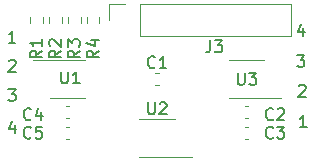
<source format=gbr>
%TF.GenerationSoftware,KiCad,Pcbnew,(5.99.0-12717-g57c7d663b0)*%
%TF.CreationDate,2021-10-08T11:24:07+02:00*%
%TF.ProjectId,capacitance_meter,63617061-6369-4746-916e-63655f6d6574,rev?*%
%TF.SameCoordinates,Original*%
%TF.FileFunction,Legend,Top*%
%TF.FilePolarity,Positive*%
%FSLAX46Y46*%
G04 Gerber Fmt 4.6, Leading zero omitted, Abs format (unit mm)*
G04 Created by KiCad (PCBNEW (5.99.0-12717-g57c7d663b0)) date 2021-10-08 11:24:07*
%MOMM*%
%LPD*%
G01*
G04 APERTURE LIST*
%ADD10C,0.150000*%
%ADD11C,0.120000*%
G04 APERTURE END LIST*
D10*
X141940476Y-123885714D02*
X141940476Y-124552380D01*
X141702380Y-123504761D02*
X141464285Y-124219047D01*
X142083333Y-124219047D01*
X141464285Y-118447619D02*
X141511904Y-118400000D01*
X141607142Y-118352380D01*
X141845238Y-118352380D01*
X141940476Y-118400000D01*
X141988095Y-118447619D01*
X142035714Y-118542857D01*
X142035714Y-118638095D01*
X141988095Y-118780952D01*
X141416666Y-119352380D01*
X142035714Y-119352380D01*
X142010714Y-116902380D02*
X141439285Y-116902380D01*
X141725000Y-116902380D02*
X141725000Y-115902380D01*
X141629761Y-116045238D01*
X141534523Y-116140476D01*
X141439285Y-116188095D01*
X141416666Y-120827380D02*
X142035714Y-120827380D01*
X141702380Y-121208333D01*
X141845238Y-121208333D01*
X141940476Y-121255952D01*
X141988095Y-121303571D01*
X142035714Y-121398809D01*
X142035714Y-121636904D01*
X141988095Y-121732142D01*
X141940476Y-121779761D01*
X141845238Y-121827380D01*
X141559523Y-121827380D01*
X141464285Y-121779761D01*
X141416666Y-121732142D01*
X166014285Y-120547619D02*
X166061904Y-120500000D01*
X166157142Y-120452380D01*
X166395238Y-120452380D01*
X166490476Y-120500000D01*
X166538095Y-120547619D01*
X166585714Y-120642857D01*
X166585714Y-120738095D01*
X166538095Y-120880952D01*
X165966666Y-121452380D01*
X166585714Y-121452380D01*
X166660714Y-124052380D02*
X166089285Y-124052380D01*
X166375000Y-124052380D02*
X166375000Y-123052380D01*
X166279761Y-123195238D01*
X166184523Y-123290476D01*
X166089285Y-123338095D01*
X165866666Y-117952380D02*
X166485714Y-117952380D01*
X166152380Y-118333333D01*
X166295238Y-118333333D01*
X166390476Y-118380952D01*
X166438095Y-118428571D01*
X166485714Y-118523809D01*
X166485714Y-118761904D01*
X166438095Y-118857142D01*
X166390476Y-118904761D01*
X166295238Y-118952380D01*
X166009523Y-118952380D01*
X165914285Y-118904761D01*
X165866666Y-118857142D01*
X166390476Y-115685714D02*
X166390476Y-116352380D01*
X166152380Y-115304761D02*
X165914285Y-116019047D01*
X166533333Y-116019047D01*
%TO.C,C4*%
X143333333Y-123357142D02*
X143285714Y-123404761D01*
X143142857Y-123452380D01*
X143047619Y-123452380D01*
X142904761Y-123404761D01*
X142809523Y-123309523D01*
X142761904Y-123214285D01*
X142714285Y-123023809D01*
X142714285Y-122880952D01*
X142761904Y-122690476D01*
X142809523Y-122595238D01*
X142904761Y-122500000D01*
X143047619Y-122452380D01*
X143142857Y-122452380D01*
X143285714Y-122500000D01*
X143333333Y-122547619D01*
X144190476Y-122785714D02*
X144190476Y-123452380D01*
X143952380Y-122404761D02*
X143714285Y-123119047D01*
X144333333Y-123119047D01*
%TO.C,C2*%
X163833333Y-123357142D02*
X163785714Y-123404761D01*
X163642857Y-123452380D01*
X163547619Y-123452380D01*
X163404761Y-123404761D01*
X163309523Y-123309523D01*
X163261904Y-123214285D01*
X163214285Y-123023809D01*
X163214285Y-122880952D01*
X163261904Y-122690476D01*
X163309523Y-122595238D01*
X163404761Y-122500000D01*
X163547619Y-122452380D01*
X163642857Y-122452380D01*
X163785714Y-122500000D01*
X163833333Y-122547619D01*
X164214285Y-122547619D02*
X164261904Y-122500000D01*
X164357142Y-122452380D01*
X164595238Y-122452380D01*
X164690476Y-122500000D01*
X164738095Y-122547619D01*
X164785714Y-122642857D01*
X164785714Y-122738095D01*
X164738095Y-122880952D01*
X164166666Y-123452380D01*
X164785714Y-123452380D01*
%TO.C,J3*%
X158518266Y-116698780D02*
X158518266Y-117413066D01*
X158470647Y-117555923D01*
X158375409Y-117651161D01*
X158232552Y-117698780D01*
X158137314Y-117698780D01*
X158899219Y-116698780D02*
X159518266Y-116698780D01*
X159184933Y-117079733D01*
X159327790Y-117079733D01*
X159423028Y-117127352D01*
X159470647Y-117174971D01*
X159518266Y-117270209D01*
X159518266Y-117508304D01*
X159470647Y-117603542D01*
X159423028Y-117651161D01*
X159327790Y-117698780D01*
X159042076Y-117698780D01*
X158946838Y-117651161D01*
X158899219Y-117603542D01*
%TO.C,C5*%
X143333333Y-124918742D02*
X143285714Y-124966361D01*
X143142857Y-125013980D01*
X143047619Y-125013980D01*
X142904761Y-124966361D01*
X142809523Y-124871123D01*
X142761904Y-124775885D01*
X142714285Y-124585409D01*
X142714285Y-124442552D01*
X142761904Y-124252076D01*
X142809523Y-124156838D01*
X142904761Y-124061600D01*
X143047619Y-124013980D01*
X143142857Y-124013980D01*
X143285714Y-124061600D01*
X143333333Y-124109219D01*
X144238095Y-124013980D02*
X143761904Y-124013980D01*
X143714285Y-124490171D01*
X143761904Y-124442552D01*
X143857142Y-124394933D01*
X144095238Y-124394933D01*
X144190476Y-124442552D01*
X144238095Y-124490171D01*
X144285714Y-124585409D01*
X144285714Y-124823504D01*
X144238095Y-124918742D01*
X144190476Y-124966361D01*
X144095238Y-125013980D01*
X143857142Y-125013980D01*
X143761904Y-124966361D01*
X143714285Y-124918742D01*
%TO.C,R4*%
X149052380Y-117566666D02*
X148576190Y-117900000D01*
X149052380Y-118138095D02*
X148052380Y-118138095D01*
X148052380Y-117757142D01*
X148100000Y-117661904D01*
X148147619Y-117614285D01*
X148242857Y-117566666D01*
X148385714Y-117566666D01*
X148480952Y-117614285D01*
X148528571Y-117661904D01*
X148576190Y-117757142D01*
X148576190Y-118138095D01*
X148385714Y-116709523D02*
X149052380Y-116709523D01*
X148004761Y-116947619D02*
X148719047Y-117185714D01*
X148719047Y-116566666D01*
%TO.C,U3*%
X160838095Y-119452380D02*
X160838095Y-120261904D01*
X160885714Y-120357142D01*
X160933333Y-120404761D01*
X161028571Y-120452380D01*
X161219047Y-120452380D01*
X161314285Y-120404761D01*
X161361904Y-120357142D01*
X161409523Y-120261904D01*
X161409523Y-119452380D01*
X161790476Y-119452380D02*
X162409523Y-119452380D01*
X162076190Y-119833333D01*
X162219047Y-119833333D01*
X162314285Y-119880952D01*
X162361904Y-119928571D01*
X162409523Y-120023809D01*
X162409523Y-120261904D01*
X162361904Y-120357142D01*
X162314285Y-120404761D01*
X162219047Y-120452380D01*
X161933333Y-120452380D01*
X161838095Y-120404761D01*
X161790476Y-120357142D01*
%TO.C,U1*%
X145872295Y-119340380D02*
X145872295Y-120149904D01*
X145919914Y-120245142D01*
X145967533Y-120292761D01*
X146062771Y-120340380D01*
X146253247Y-120340380D01*
X146348485Y-120292761D01*
X146396104Y-120245142D01*
X146443723Y-120149904D01*
X146443723Y-119340380D01*
X147443723Y-120340380D02*
X146872295Y-120340380D01*
X147158009Y-120340380D02*
X147158009Y-119340380D01*
X147062771Y-119483238D01*
X146967533Y-119578476D01*
X146872295Y-119626095D01*
%TO.C,C1*%
X153833333Y-118957142D02*
X153785714Y-119004761D01*
X153642857Y-119052380D01*
X153547619Y-119052380D01*
X153404761Y-119004761D01*
X153309523Y-118909523D01*
X153261904Y-118814285D01*
X153214285Y-118623809D01*
X153214285Y-118480952D01*
X153261904Y-118290476D01*
X153309523Y-118195238D01*
X153404761Y-118100000D01*
X153547619Y-118052380D01*
X153642857Y-118052380D01*
X153785714Y-118100000D01*
X153833333Y-118147619D01*
X154785714Y-119052380D02*
X154214285Y-119052380D01*
X154500000Y-119052380D02*
X154500000Y-118052380D01*
X154404761Y-118195238D01*
X154309523Y-118290476D01*
X154214285Y-118338095D01*
%TO.C,C3*%
X163833333Y-124918742D02*
X163785714Y-124966361D01*
X163642857Y-125013980D01*
X163547619Y-125013980D01*
X163404761Y-124966361D01*
X163309523Y-124871123D01*
X163261904Y-124775885D01*
X163214285Y-124585409D01*
X163214285Y-124442552D01*
X163261904Y-124252076D01*
X163309523Y-124156838D01*
X163404761Y-124061600D01*
X163547619Y-124013980D01*
X163642857Y-124013980D01*
X163785714Y-124061600D01*
X163833333Y-124109219D01*
X164166666Y-124013980D02*
X164785714Y-124013980D01*
X164452380Y-124394933D01*
X164595238Y-124394933D01*
X164690476Y-124442552D01*
X164738095Y-124490171D01*
X164785714Y-124585409D01*
X164785714Y-124823504D01*
X164738095Y-124918742D01*
X164690476Y-124966361D01*
X164595238Y-125013980D01*
X164309523Y-125013980D01*
X164214285Y-124966361D01*
X164166666Y-124918742D01*
%TO.C,R3*%
X147452380Y-117566666D02*
X146976190Y-117900000D01*
X147452380Y-118138095D02*
X146452380Y-118138095D01*
X146452380Y-117757142D01*
X146500000Y-117661904D01*
X146547619Y-117614285D01*
X146642857Y-117566666D01*
X146785714Y-117566666D01*
X146880952Y-117614285D01*
X146928571Y-117661904D01*
X146976190Y-117757142D01*
X146976190Y-118138095D01*
X146452380Y-117233333D02*
X146452380Y-116614285D01*
X146833333Y-116947619D01*
X146833333Y-116804761D01*
X146880952Y-116709523D01*
X146928571Y-116661904D01*
X147023809Y-116614285D01*
X147261904Y-116614285D01*
X147357142Y-116661904D01*
X147404761Y-116709523D01*
X147452380Y-116804761D01*
X147452380Y-117090476D01*
X147404761Y-117185714D01*
X147357142Y-117233333D01*
%TO.C,R1*%
X144252380Y-117566666D02*
X143776190Y-117900000D01*
X144252380Y-118138095D02*
X143252380Y-118138095D01*
X143252380Y-117757142D01*
X143300000Y-117661904D01*
X143347619Y-117614285D01*
X143442857Y-117566666D01*
X143585714Y-117566666D01*
X143680952Y-117614285D01*
X143728571Y-117661904D01*
X143776190Y-117757142D01*
X143776190Y-118138095D01*
X144252380Y-116614285D02*
X144252380Y-117185714D01*
X144252380Y-116900000D02*
X143252380Y-116900000D01*
X143395238Y-116995238D01*
X143490476Y-117090476D01*
X143538095Y-117185714D01*
%TO.C,R2*%
X145852380Y-117566666D02*
X145376190Y-117900000D01*
X145852380Y-118138095D02*
X144852380Y-118138095D01*
X144852380Y-117757142D01*
X144900000Y-117661904D01*
X144947619Y-117614285D01*
X145042857Y-117566666D01*
X145185714Y-117566666D01*
X145280952Y-117614285D01*
X145328571Y-117661904D01*
X145376190Y-117757142D01*
X145376190Y-118138095D01*
X144947619Y-117185714D02*
X144900000Y-117138095D01*
X144852380Y-117042857D01*
X144852380Y-116804761D01*
X144900000Y-116709523D01*
X144947619Y-116661904D01*
X145042857Y-116614285D01*
X145138095Y-116614285D01*
X145280952Y-116661904D01*
X145852380Y-117233333D01*
X145852380Y-116614285D01*
%TO.C,U2*%
X153238295Y-121952380D02*
X153238295Y-122761904D01*
X153285914Y-122857142D01*
X153333533Y-122904761D01*
X153428771Y-122952380D01*
X153619247Y-122952380D01*
X153714485Y-122904761D01*
X153762104Y-122857142D01*
X153809723Y-122761904D01*
X153809723Y-121952380D01*
X154238295Y-122047619D02*
X154285914Y-122000000D01*
X154381152Y-121952380D01*
X154619247Y-121952380D01*
X154714485Y-122000000D01*
X154762104Y-122047619D01*
X154809723Y-122142857D01*
X154809723Y-122238095D01*
X154762104Y-122380952D01*
X154190676Y-122952380D01*
X154809723Y-122952380D01*
D11*
%TO.C,C4*%
X146259333Y-122273600D02*
X146551867Y-122273600D01*
X146259333Y-123293600D02*
X146551867Y-123293600D01*
%TO.C,C2*%
X161448533Y-122273600D02*
X161741067Y-122273600D01*
X161448533Y-123293600D02*
X161741067Y-123293600D01*
%TO.C,J3*%
X149945000Y-114975000D02*
X149945000Y-113645000D01*
X149945000Y-113645000D02*
X151275000Y-113645000D01*
X152545000Y-116305000D02*
X152545000Y-113645000D01*
X165305000Y-116305000D02*
X165305000Y-113645000D01*
X152545000Y-116305000D02*
X165305000Y-116305000D01*
X152545000Y-113645000D02*
X165305000Y-113645000D01*
%TO.C,C5*%
X146259333Y-124051600D02*
X146551867Y-124051600D01*
X146259333Y-125071600D02*
X146551867Y-125071600D01*
%TO.C,R4*%
X149122500Y-114745276D02*
X149122500Y-115254724D01*
X148077500Y-114745276D02*
X148077500Y-115254724D01*
%TO.C,U3*%
X161600000Y-121610000D02*
X164525000Y-121610000D01*
X161600000Y-121610000D02*
X160100000Y-121610000D01*
X161600000Y-118390000D02*
X160100000Y-118390000D01*
X161600000Y-118390000D02*
X163100000Y-118390000D01*
%TO.C,U1*%
X146400000Y-121610000D02*
X144900000Y-121610000D01*
X146400000Y-118390000D02*
X143475000Y-118390000D01*
X146400000Y-118390000D02*
X147900000Y-118390000D01*
X146400000Y-121610000D02*
X147900000Y-121610000D01*
%TO.C,C1*%
X153853733Y-120510000D02*
X154146267Y-120510000D01*
X153853733Y-119490000D02*
X154146267Y-119490000D01*
%TO.C,C3*%
X161448533Y-124051600D02*
X161741067Y-124051600D01*
X161448533Y-125071600D02*
X161741067Y-125071600D01*
%TO.C,R3*%
X147522500Y-114745276D02*
X147522500Y-115254724D01*
X146477500Y-114745276D02*
X146477500Y-115254724D01*
%TO.C,R1*%
X144322500Y-114745276D02*
X144322500Y-115254724D01*
X143277500Y-114745276D02*
X143277500Y-115254724D01*
%TO.C,R2*%
X145922500Y-114745276D02*
X145922500Y-115254724D01*
X144877500Y-114745276D02*
X144877500Y-115254724D01*
%TO.C,U2*%
X154000200Y-123390000D02*
X152500200Y-123390000D01*
X154000200Y-126610000D02*
X156925200Y-126610000D01*
X154000200Y-126610000D02*
X152500200Y-126610000D01*
X154000200Y-123390000D02*
X155500200Y-123390000D01*
%TD*%
M02*

</source>
